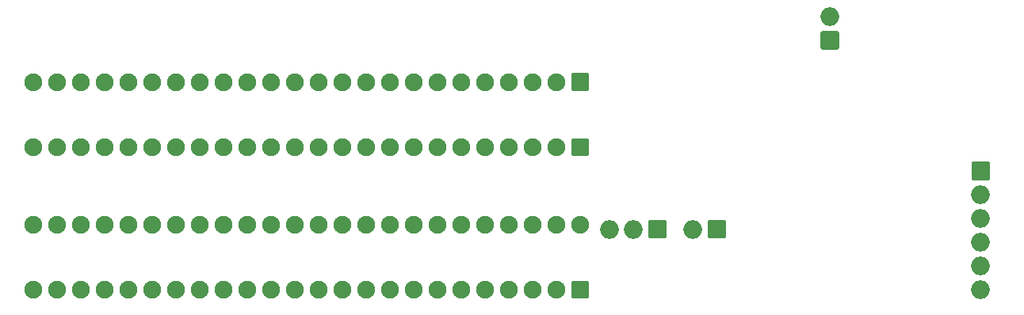
<source format=gbr>
G04 #@! TF.GenerationSoftware,KiCad,Pcbnew,(5.1.9)-1*
G04 #@! TF.CreationDate,2021-04-27T11:27:47+01:00*
G04 #@! TF.ProjectId,RGBtoHDMI Amiga Denise - solarmon - Rev 2 - TSSOP,52474274-6f48-4444-9d49-20416d696761,2 (TSSOP)*
G04 #@! TF.SameCoordinates,Original*
G04 #@! TF.FileFunction,Soldermask,Bot*
G04 #@! TF.FilePolarity,Negative*
%FSLAX46Y46*%
G04 Gerber Fmt 4.6, Leading zero omitted, Abs format (unit mm)*
G04 Created by KiCad (PCBNEW (5.1.9)-1) date 2021-04-27 11:27:47*
%MOMM*%
%LPD*%
G01*
G04 APERTURE LIST*
%ADD10O,2.000000X2.000000*%
%ADD11O,1.900000X1.900000*%
%ADD12C,1.900000*%
G04 APERTURE END LIST*
D10*
X190373000Y-51181000D03*
G36*
G01*
X191373000Y-52871000D02*
X191373000Y-54571000D01*
G75*
G02*
X191223000Y-54721000I-150000J0D01*
G01*
X189523000Y-54721000D01*
G75*
G02*
X189373000Y-54571000I0J150000D01*
G01*
X189373000Y-52871000D01*
G75*
G02*
X189523000Y-52721000I150000J0D01*
G01*
X191223000Y-52721000D01*
G75*
G02*
X191373000Y-52871000I0J-150000D01*
G01*
G37*
D11*
X105283000Y-80391000D03*
X107823000Y-80391000D03*
X110363000Y-80391000D03*
X112903000Y-80391000D03*
X115443000Y-80391000D03*
X117983000Y-80391000D03*
X120523000Y-80391000D03*
X123063000Y-80391000D03*
X125603000Y-80391000D03*
X128143000Y-80391000D03*
X130683000Y-80391000D03*
X133223000Y-80391000D03*
X135763000Y-80391000D03*
X138303000Y-80391000D03*
X140843000Y-80391000D03*
X143383000Y-80391000D03*
X145923000Y-80391000D03*
X148463000Y-80391000D03*
X151003000Y-80391000D03*
X153543000Y-80391000D03*
X156083000Y-80391000D03*
X158623000Y-80391000D03*
X161163000Y-80391000D03*
G36*
G01*
X164503000Y-81341000D02*
X162903000Y-81341000D01*
G75*
G02*
X162753000Y-81191000I0J150000D01*
G01*
X162753000Y-79591000D01*
G75*
G02*
X162903000Y-79441000I150000J0D01*
G01*
X164503000Y-79441000D01*
G75*
G02*
X164653000Y-79591000I0J-150000D01*
G01*
X164653000Y-81191000D01*
G75*
G02*
X164503000Y-81341000I-150000J0D01*
G01*
G37*
X105283000Y-65151000D03*
X107823000Y-65151000D03*
X110363000Y-65151000D03*
X112903000Y-65151000D03*
X115443000Y-65151000D03*
X117983000Y-65151000D03*
X120523000Y-65151000D03*
X123063000Y-65151000D03*
X125603000Y-65151000D03*
X128143000Y-65151000D03*
X130683000Y-65151000D03*
X133223000Y-65151000D03*
X135763000Y-65151000D03*
X138303000Y-65151000D03*
X140843000Y-65151000D03*
X143383000Y-65151000D03*
X145923000Y-65151000D03*
X148463000Y-65151000D03*
X151003000Y-65151000D03*
X153543000Y-65151000D03*
X156083000Y-65151000D03*
X158623000Y-65151000D03*
X161163000Y-65151000D03*
G36*
G01*
X164503000Y-66101000D02*
X162903000Y-66101000D01*
G75*
G02*
X162753000Y-65951000I0J150000D01*
G01*
X162753000Y-64351000D01*
G75*
G02*
X162903000Y-64201000I150000J0D01*
G01*
X164503000Y-64201000D01*
G75*
G02*
X164653000Y-64351000I0J-150000D01*
G01*
X164653000Y-65951000D01*
G75*
G02*
X164503000Y-66101000I-150000J0D01*
G01*
G37*
D10*
X206502000Y-80391000D03*
X206502000Y-77851000D03*
X206502000Y-75311000D03*
X206502000Y-72771000D03*
X206502000Y-70231000D03*
G36*
G01*
X205502000Y-68541000D02*
X205502000Y-66841000D01*
G75*
G02*
X205652000Y-66691000I150000J0D01*
G01*
X207352000Y-66691000D01*
G75*
G02*
X207502000Y-66841000I0J-150000D01*
G01*
X207502000Y-68541000D01*
G75*
G02*
X207352000Y-68691000I-150000J0D01*
G01*
X205652000Y-68691000D01*
G75*
G02*
X205502000Y-68541000I0J150000D01*
G01*
G37*
G36*
G01*
X171108000Y-72914000D02*
X172808000Y-72914000D01*
G75*
G02*
X172958000Y-73064000I0J-150000D01*
G01*
X172958000Y-74764000D01*
G75*
G02*
X172808000Y-74914000I-150000J0D01*
G01*
X171108000Y-74914000D01*
G75*
G02*
X170958000Y-74764000I0J150000D01*
G01*
X170958000Y-73064000D01*
G75*
G02*
X171108000Y-72914000I150000J0D01*
G01*
G37*
X169418000Y-73914000D03*
X166878000Y-73914000D03*
X175768000Y-73914000D03*
G36*
G01*
X177458000Y-72914000D02*
X179158000Y-72914000D01*
G75*
G02*
X179308000Y-73064000I0J-150000D01*
G01*
X179308000Y-74764000D01*
G75*
G02*
X179158000Y-74914000I-150000J0D01*
G01*
X177458000Y-74914000D01*
G75*
G02*
X177308000Y-74764000I0J150000D01*
G01*
X177308000Y-73064000D01*
G75*
G02*
X177458000Y-72914000I150000J0D01*
G01*
G37*
G36*
G01*
X162903000Y-57216000D02*
X164503000Y-57216000D01*
G75*
G02*
X164653000Y-57366000I0J-150000D01*
G01*
X164653000Y-58966000D01*
G75*
G02*
X164503000Y-59116000I-150000J0D01*
G01*
X162903000Y-59116000D01*
G75*
G02*
X162753000Y-58966000I0J150000D01*
G01*
X162753000Y-57366000D01*
G75*
G02*
X162903000Y-57216000I150000J0D01*
G01*
G37*
D11*
X135763000Y-73406000D03*
X161163000Y-58166000D03*
X138303000Y-73406000D03*
X158623000Y-58166000D03*
X140843000Y-73406000D03*
X156083000Y-58166000D03*
X143383000Y-73406000D03*
X153543000Y-58166000D03*
X145923000Y-73406000D03*
X151003000Y-58166000D03*
X148463000Y-73406000D03*
X148463000Y-58166000D03*
X151003000Y-73406000D03*
X145923000Y-58166000D03*
X153543000Y-73406000D03*
X143383000Y-58166000D03*
X156083000Y-73406000D03*
X140843000Y-58166000D03*
X158623000Y-73406000D03*
X138303000Y-58166000D03*
X161163000Y-73406000D03*
X135763000Y-58166000D03*
X163703000Y-73406000D03*
D12*
X133223000Y-58166000D03*
D11*
X105283000Y-73406000D03*
X130683000Y-58166000D03*
X107823000Y-73406000D03*
X128143000Y-58166000D03*
X110363000Y-73406000D03*
X125603000Y-58166000D03*
X112903000Y-73406000D03*
X123063000Y-58166000D03*
X115443000Y-73406000D03*
X120523000Y-58166000D03*
X117983000Y-73406000D03*
X117983000Y-58166000D03*
X120523000Y-73406000D03*
X115443000Y-58166000D03*
X123063000Y-73406000D03*
X112903000Y-58166000D03*
X125603000Y-73406000D03*
X110363000Y-58166000D03*
X128143000Y-73406000D03*
X107823000Y-58166000D03*
X130683000Y-73406000D03*
X105283000Y-58166000D03*
X133223000Y-73406000D03*
M02*

</source>
